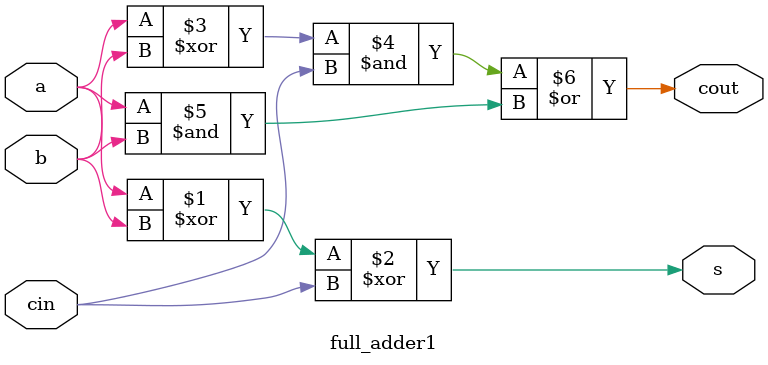
<source format=sv>
module full_adder18(a,b,s,cin,cout);

	input [17:0] a,b;
	input cin;
	output [17:0] s;
	output [17:0] cout;
	
	full_adder1 op1(.a(a[0]), .b(b[0]), .s(s[0]), .cin(cin), .cout(cout[0]));
	full_adder1 op2(.a(a[1]), .b(b[1]), .s(s[1]), .cin(cout[0]), .cout(cout[1]));
	full_adder1 op3(.a(a[2]), .b(b[2]), .s(s[2]), .cin(cout[1]), .cout(cout[2]));
	full_adder1 op4(.a(a[3]), .b(b[3]), .s(s[3]), .cin(cout[2]), .cout(cout[3]));
	full_adder1 op5(.a(a[4]), .b(b[4]), .s(s[4]), .cin(cout[3]), .cout(cout[4]));
	full_adder1 op6(.a(a[5]), .b(b[5]), .s(s[5]), .cin(cout[4]), .cout(cout[5]));
	full_adder1 op7(.a(a[6]), .b(b[6]), .s(s[6]), .cin(cout[5]), .cout(cout[6]));
	full_adder1 op8(.a(a[7]), .b(b[7]), .s(s[7]), .cin(cout[6]), .cout(cout[7]));
	full_adder1 op9(.a(a[8]), .b(b[8]), .s(s[8]), .cin(cout[7]), .cout(cout[8]));
	full_adder1 op10(.a(a[9]), .b(b[9]), .s(s[9]), .cin(cout[8]), .cout(cout[9]));
	full_adder1 op11(.a(a[10]), .b(b[10]), .s(s[10]), .cin(cout[9]), .cout(cout[10]));
	full_adder1 op12(.a(a[11]), .b(b[11]), .s(s[11]), .cin(cout[10]), .cout(cout[11]));
	full_adder1 op13(.a(a[12]), .b(b[12]), .s(s[12]), .cin(cout[11]), .cout(cout[12]));
	full_adder1 op14(.a(a[13]), .b(b[13]), .s(s[13]), .cin(cout[12]), .cout(cout[13]));
	full_adder1 op15(.a(a[14]), .b(b[14]), .s(s[14]), .cin(cout[13]), .cout(cout[14]));
	full_adder1 op16(.a(a[15]), .b(b[15]), .s(s[15]), .cin(cout[14]), .cout(cout[15]));
	full_adder1 op17(.a(a[16]), .b(b[16]), .s(s[16]), .cin(cout[15]), .cout(cout[16]));
	full_adder1 op18(.a(a[17]), .b(b[17]), .s(s[17]), .cin(cout[16]), .cout(cout[17]));

endmodule

module full_adder1(a,b,s,cin,cout);

	input a,b,cin;
	output s,cout;
	
	
	assign s = {a^b}^cin;
	assign cout = {{a^b}&cin} | {a&b};

endmodule

</source>
